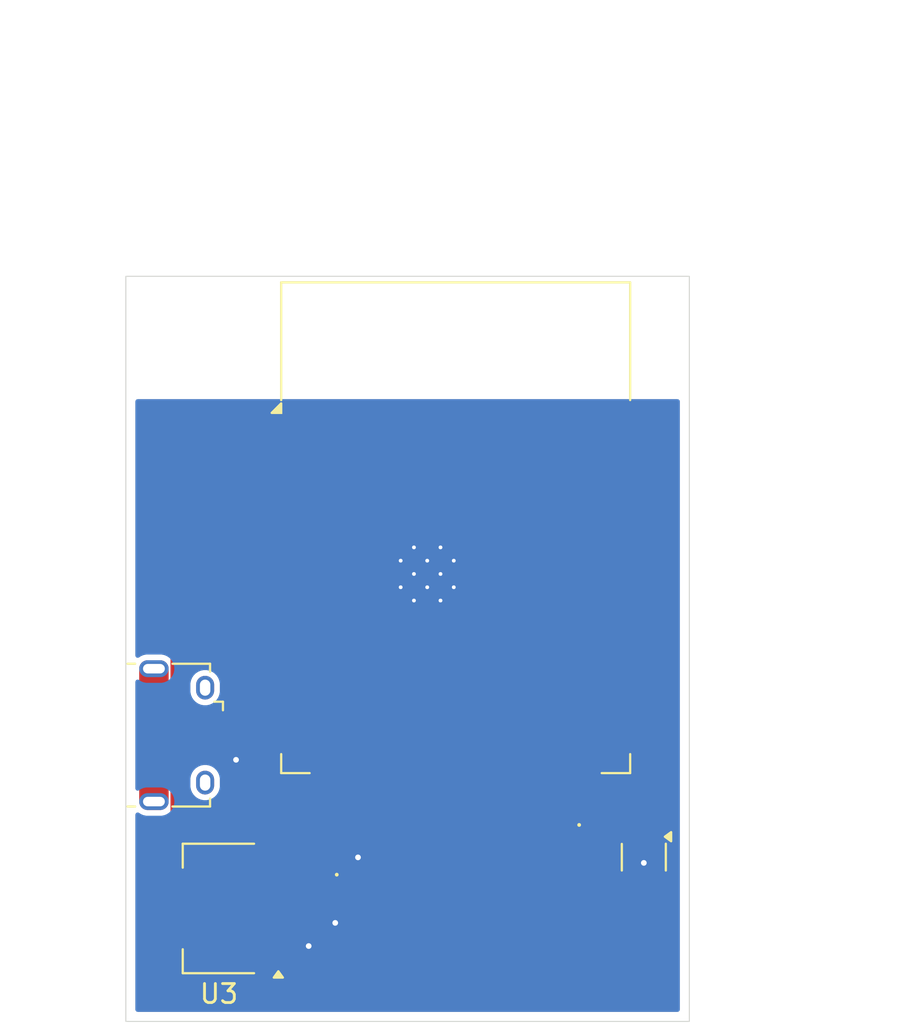
<source format=kicad_pcb>
(kicad_pcb (version 20240108) (generator "pcbnew") (generator_version "8.0")
  (layers (0 "F.Cu" signal) (31 "B.Cu" signal) (34 "B.Paste" user) (35 "F.Paste" user) (36 "B.SilkS" user "B.Silkscreen") (37 "F.SilkS" user "F.Silkscreen") (38 "B.Mask" user) (39 "F.Mask" user) (44 "Edge.Cuts" user))
  (net 0 "")
  (net 1 "GND")
  (net 2 "/USB_P")
  (net 3 "/LED")
  (net 5 "+3.3V")
  (net 6 "Net-(D3-K)")
  (net 7 "/TEMP")
  (net 8 "Net-(D2-K)")
  (net 9 "+5V")
  (net 11 "/USB_N")
  (net 12 "Net-(U4-EN)")
  (footprint "Resistor_SMD:R_0201_0603Metric" (layer "F.Cu") (at 162.59 118.13)
    (property "Reference" "R1" (hide yes))
    (property "Value" "1k" (hide yes))
    (pad "1" smd roundrect (at -0.32 0) (size 0.46 0.4) (layers "F.Cu" "F.Mask") (net 8 "Net-(D2-K)"))
    (pad "2" smd roundrect (at 0.32 0) (size 0.46 0.4) (layers "F.Cu" "F.Mask") (net 1 "GND"))
  )
  (footprint "Resistor_SMD:R_0201_0603Metric" (layer "F.Cu") (at 157.36 97.12 -90)
    (property "Reference" "R2" (hide yes))
    (property "Value" "1k" (hide yes))
    (pad "1" smd roundrect (at -0.32 0 270) (size 0.46 0.4) (layers "F.Cu" "F.Mask") (net 5 "+3.3V"))
    (pad "2" smd roundrect (at 0.32 0 270) (size 0.46 0.4) (layers "F.Cu" "F.Mask") (net 12 "Net-(U4-EN)"))
  )
  (footprint "RF_Module:ESP32-S3-WROOM-1" (layer "F.Cu") (at 167.63 99.82)
    (property "Reference" "U4" (hide yes))
    (property "Value" "ESP32-S3-WROOM-1" (hide yes))
    (fp_line (start -9.2 -12.9) (end -9.2 -6.7) (stroke (width 0.12)) (layer "F.SilkS"))
    (fp_line (start -9.2 -12.9) (end 9.2 -12.9) (stroke (width 0.12)) (layer "F.SilkS"))
    (fp_line (start -9.2 11.95) (end -9.2 12.95) (stroke (width 0.12)) (layer "F.SilkS"))
    (fp_line (start -9.2 12.95) (end -7.7 12.95) (stroke (width 0.12)) (layer "F.SilkS"))
    (fp_line (start 9.2 -12.9) (end 9.2 -6.7) (stroke (width 0.12)) (layer "F.SilkS"))
    (fp_line (start 9.2 12.95) (end 7.7 12.95) (stroke (width 0.12)) (layer "F.SilkS"))
    (fp_line (start 9.2 12.95) (end 9.2 11.95) (stroke (width 0.12)) (layer "F.SilkS"))
    (fp_poly (pts (xy -9.2 -6.025) (xy -9.7 -6.025) (xy -9.2 -6.525) (xy -9.2 -6.025)) (stroke (width 0.12)) (fill solid) (layer "F.SilkS"))
    (pad "1" smd rect (at -8.75 -5.26) (size 1.5 0.9) (layers "F.Cu" "F.Paste" "F.Mask") (net 1 "GND"))
    (pad "2" smd rect (at -8.75 -3.99) (size 1.5 0.9) (layers "F.Cu" "F.Paste" "F.Mask") (net 5 "+3.3V"))
    (pad "3" smd rect (at -8.75 -2.72) (size 1.5 0.9) (layers "F.Cu" "F.Paste" "F.Mask") (net 12 "Net-(U4-EN)"))
    (pad "4" smd rect (at -8.75 -1.45) (size 1.5 0.9) (layers "F.Cu" "F.Paste" "F.Mask"))
    (pad "5" smd rect (at -8.75 -0.18) (size 1.5 0.9) (layers "F.Cu" "F.Paste" "F.Mask"))
    (pad "6" smd rect (at -8.75 1.09) (size 1.5 0.9) (layers "F.Cu" "F.Paste" "F.Mask"))
    (pad "7" smd rect (at -8.75 2.36) (size 1.5 0.9) (layers "F.Cu" "F.Paste" "F.Mask"))
    (pad "8" smd rect (at -8.75 3.63) (size 1.5 0.9) (layers "F.Cu" "F.Paste" "F.Mask"))
    (pad "9" smd rect (at -8.75 4.9) (size 1.5 0.9) (layers "F.Cu" "F.Paste" "F.Mask"))
    (pad "10" smd rect (at -8.75 6.17) (size 1.5 0.9) (layers "F.Cu" "F.Paste" "F.Mask"))
    (pad "11" smd rect (at -8.75 7.44) (size 1.5 0.9) (layers "F.Cu" "F.Paste" "F.Mask"))
    (pad "12" smd rect (at -8.75 8.71) (size 1.5 0.9) (layers "F.Cu" "F.Paste" "F.Mask"))
    (pad "13" smd rect (at -8.75 9.98) (size 1.5 0.9) (layers "F.Cu" "F.Paste" "F.Mask") (net 11 "/USB_N"))
    (pad "14" smd rect (at -8.75 11.25 180) (size 1.5 0.9) (layers "F.Cu" "F.Paste" "F.Mask") (net 2 "/USB_P"))
    (pad "15" smd rect (at -6.985 12.5 270) (size 1.5 0.9) (layers "F.Cu" "F.Paste" "F.Mask"))
    (pad "16" smd rect (at -5.715 12.5 270) (size 1.5 0.9) (layers "F.Cu" "F.Paste" "F.Mask"))
    (pad "17" smd rect (at -4.445 12.5 270) (size 1.5 0.9) (layers "F.Cu" "F.Paste" "F.Mask"))
    (pad "18" smd rect (at -3.175 12.5 270) (size 1.5 0.9) (layers "F.Cu" "F.Paste" "F.Mask"))
    (pad "19" smd rect (at -1.905 12.5 270) (size 1.5 0.9) (layers "F.Cu" "F.Paste" "F.Mask"))
    (pad "20" smd rect (at -0.635 12.5 270) (size 1.5 0.9) (layers "F.Cu" "F.Paste" "F.Mask"))
    (pad "21" smd rect (at 0.635 12.5 270) (size 1.5 0.9) (layers "F.Cu" "F.Paste" "F.Mask"))
    (pad "22" smd rect (at 1.905 12.5 270) (size 1.5 0.9) (layers "F.Cu" "F.Paste" "F.Mask"))
    (pad "23" smd rect (at 3.175 12.5 270) (size 1.5 0.9) (layers "F.Cu" "F.Paste" "F.Mask"))
    (pad "24" smd rect (at 4.445 12.5 270) (size 1.5 0.9) (layers "F.Cu" "F.Paste" "F.Mask"))
    (pad "25" smd rect (at 5.715 12.5 270) (size 1.5 0.9) (layers "F.Cu" "F.Paste" "F.Mask"))
    (pad "26" smd rect (at 6.985 12.5 270) (size 1.5 0.9) (layers "F.Cu" "F.Paste" "F.Mask"))
    (pad "27" smd rect (at 8.75 11.25) (size 1.5 0.9) (layers "F.Cu" "F.Paste" "F.Mask"))
    (pad "28" smd rect (at 8.75 9.98) (size 1.5 0.9) (layers "F.Cu" "F.Paste" "F.Mask"))
    (pad "29" smd rect (at 8.75 8.71) (size 1.5 0.9) (layers "F.Cu" "F.Paste" "F.Mask"))
    (pad "30" smd rect (at 8.75 7.44) (size 1.5 0.9) (layers "F.Cu" "F.Paste" "F.Mask"))
    (pad "31" smd rect (at 8.75 6.17) (size 1.5 0.9) (layers "F.Cu" "F.Paste" "F.Mask"))
    (pad "32" smd rect (at 8.75 4.9) (size 1.5 0.9) (layers "F.Cu" "F.Paste" "F.Mask"))
    (pad "33" smd rect (at 8.75 3.63) (size 1.5 0.9) (layers "F.Cu" "F.Paste" "F.Mask"))
    (pad "34" smd rect (at 8.75 2.36) (size 1.5 0.9) (layers "F.Cu" "F.Paste" "F.Mask"))
    (pad "35" smd rect (at 8.75 1.09) (size 1.5 0.9) (layers "F.Cu" "F.Paste" "F.Mask"))
    (pad "36" smd rect (at 8.75 -0.18) (size 1.5 0.9) (layers "F.Cu" "F.Paste" "F.Mask"))
    (pad "37" smd rect (at 8.75 -1.45) (size 1.5 0.9) (layers "F.Cu" "F.Paste" "F.Mask"))
    (pad "38" smd rect (at 8.75 -2.72) (size 1.5 0.9) (layers "F.Cu" "F.Paste" "F.Mask") (net 3 "/LED"))
    (pad "39" smd rect (at 8.75 -3.99) (size 1.5 0.9) (layers "F.Cu" "F.Paste" "F.Mask") (net 7 "/TEMP"))
    (pad "40" smd rect (at 8.75 -5.26) (size 1.5 0.9) (layers "F.Cu" "F.Paste" "F.Mask") (net 1 "GND"))
    (pad "41" thru_hole circle (at -2.9 1.76 90) (size 0.6 0.6) (drill 0.2) (property pad_prop_heatsink) (layers "*.Cu" "In3.Cu" "In4.Cu" "In5.Cu" "In6.Cu" "In7.Cu" "In8.Cu" "In9.Cu" "In10.Cu" "In11.Cu" "In12.Cu" "In13.Cu" "In14.Cu" "In15.Cu" "In16.Cu" "In17.Cu" "In18.Cu" "In19.Cu" "In20.Cu" "In21.Cu" "In22.Cu" "In23.Cu" "In24.Cu" "In25.Cu" "In26.Cu" "In27.Cu" "In28.Cu" "In29.Cu" "In30.Cu" "F.Mask") (net 1 "GND"))
    (pad "41" thru_hole circle (at -2.9 3.16) (size 0.6 0.6) (drill 0.2) (property pad_prop_heatsink) (layers "*.Cu" "In3.Cu" "In4.Cu" "In5.Cu" "In6.Cu" "In7.Cu" "In8.Cu" "In9.Cu" "In10.Cu" "In11.Cu" "In12.Cu" "In13.Cu" "In14.Cu" "In15.Cu" "In16.Cu" "In17.Cu" "In18.Cu" "In19.Cu" "In20.Cu" "In21.Cu" "In22.Cu" "In23.Cu" "In24.Cu" "In25.Cu" "In26.Cu" "In27.Cu" "In28.Cu" "In29.Cu" "In30.Cu" "F.Mask") (net 1 "GND"))
    (pad "41" thru_hole circle (at -2.2 1.06) (size 0.6 0.6) (drill 0.2) (property pad_prop_heatsink) (layers "*.Cu" "In3.Cu" "In4.Cu" "In5.Cu" "In6.Cu" "In7.Cu" "In8.Cu" "In9.Cu" "In10.Cu" "In11.Cu" "In12.Cu" "In13.Cu" "In14.Cu" "In15.Cu" "In16.Cu" "In17.Cu" "In18.Cu" "In19.Cu" "In20.Cu" "In21.Cu" "In22.Cu" "In23.Cu" "In24.Cu" "In25.Cu" "In26.Cu" "In27.Cu" "In28.Cu" "In29.Cu" "In30.Cu" "F.Mask") (net 1 "GND"))
    (pad "41" thru_hole circle (at -2.2 2.46) (size 0.6 0.6) (drill 0.2) (property pad_prop_heatsink) (layers "*.Cu" "In3.Cu" "In4.Cu" "In5.Cu" "In6.Cu" "In7.Cu" "In8.Cu" "In9.Cu" "In10.Cu" "In11.Cu" "In12.Cu" "In13.Cu" "In14.Cu" "In15.Cu" "In16.Cu" "In17.Cu" "In18.Cu" "In19.Cu" "In20.Cu" "In21.Cu" "In22.Cu" "In23.Cu" "In24.Cu" "In25.Cu" "In26.Cu" "In27.Cu" "In28.Cu" "In29.Cu" "In30.Cu" "F.Mask") (net 1 "GND"))
    (pad "41" thru_hole circle (at -2.2 3.86) (size 0.6 0.6) (drill 0.2) (property pad_prop_heatsink) (layers "*.Cu" "In3.Cu" "In4.Cu" "In5.Cu" "In6.Cu" "In7.Cu" "In8.Cu" "In9.Cu" "In10.Cu" "In11.Cu" "In12.Cu" "In13.Cu" "In14.Cu" "In15.Cu" "In16.Cu" "In17.Cu" "In18.Cu" "In19.Cu" "In20.Cu" "In21.Cu" "In22.Cu" "In23.Cu" "In24.Cu" "In25.Cu" "In26.Cu" "In27.Cu" "In28.Cu" "In29.Cu" "In30.Cu" "F.Mask") (net 1 "GND"))
    (pad "41" thru_hole circle (at -1.5 1.76) (size 0.6 0.6) (drill 0.2) (property pad_prop_heatsink) (layers "*.Cu" "In3.Cu" "In4.Cu" "In5.Cu" "In6.Cu" "In7.Cu" "In8.Cu" "In9.Cu" "In10.Cu" "In11.Cu" "In12.Cu" "In13.Cu" "In14.Cu" "In15.Cu" "In16.Cu" "In17.Cu" "In18.Cu" "In19.Cu" "In20.Cu" "In21.Cu" "In22.Cu" "In23.Cu" "In24.Cu" "In25.Cu" "In26.Cu" "In27.Cu" "In28.Cu" "In29.Cu" "In30.Cu" "F.Mask") (net 1 "GND"))
    (pad "41" smd rect (at -1.5 2.46 270) (size 3.9 3.9) (property pad_prop_heatsink) (layers "F.Cu" "F.Mask") (net 1 "GND"))
    (pad "41" thru_hole circle (at -1.5 3.16) (size 0.6 0.6) (drill 0.2) (property pad_prop_heatsink) (layers "*.Cu" "In3.Cu" "In4.Cu" "In5.Cu" "In6.Cu" "In7.Cu" "In8.Cu" "In9.Cu" "In10.Cu" "In11.Cu" "In12.Cu" "In13.Cu" "In14.Cu" "In15.Cu" "In16.Cu" "In17.Cu" "In18.Cu" "In19.Cu" "In20.Cu" "In21.Cu" "In22.Cu" "In23.Cu" "In24.Cu" "In25.Cu" "In26.Cu" "In27.Cu" "In28.Cu" "In29.Cu" "In30.Cu" "F.Mask") (net 1 "GND"))
    (pad "41" thru_hole circle (at -0.8 1.06) (size 0.6 0.6) (drill 0.2) (property pad_prop_heatsink) (layers "*.Cu" "In3.Cu" "In4.Cu" "In5.Cu" "In6.Cu" "In7.Cu" "In8.Cu" "In9.Cu" "In10.Cu" "In11.Cu" "In12.Cu" "In13.Cu" "In14.Cu" "In15.Cu" "In16.Cu" "In17.Cu" "In18.Cu" "In19.Cu" "In20.Cu" "In21.Cu" "In22.Cu" "In23.Cu" "In24.Cu" "In25.Cu" "In26.Cu" "In27.Cu" "In28.Cu" "In29.Cu" "In30.Cu" "F.Mask") (net 1 "GND"))
    (pad "41" thru_hole circle (at -0.8 2.46) (size 0.6 0.6) (drill 0.2) (property pad_prop_heatsink) (layers "*.Cu" "In3.Cu" "In4.Cu" "In5.Cu" "In6.Cu" "In7.Cu" "In8.Cu" "In9.Cu" "In10.Cu" "In11.Cu" "In12.Cu" "In13.Cu" "In14.Cu" "In15.Cu" "In16.Cu" "In17.Cu" "In18.Cu" "In19.Cu" "In20.Cu" "In21.Cu" "In22.Cu" "In23.Cu" "In24.Cu" "In25.Cu" "In26.Cu" "In27.Cu" "In28.Cu" "In29.Cu" "In30.Cu" "F.Mask") (net 1 "GND"))
    (pad "41" thru_hole circle (at -0.8 3.86) (size 0.6 0.6) (drill 0.2) (property pad_prop_heatsink) (layers "*.Cu" "In3.Cu" "In4.Cu" "In5.Cu" "In6.Cu" "In7.Cu" "In8.Cu" "In9.Cu" "In10.Cu" "In11.Cu" "In12.Cu" "In13.Cu" "In14.Cu" "In15.Cu" "In16.Cu" "In17.Cu" "In18.Cu" "In19.Cu" "In20.Cu" "In21.Cu" "In22.Cu" "In23.Cu" "In24.Cu" "In25.Cu" "In26.Cu" "In27.Cu" "In28.Cu" "In29.Cu" "In30.Cu" "F.Mask") (net 1 "GND"))
    (pad "41" thru_hole circle (at -0.1 1.76) (size 0.6 0.6) (drill 0.2) (property pad_prop_heatsink) (layers "*.Cu" "In3.Cu" "In4.Cu" "In5.Cu" "In6.Cu" "In7.Cu" "In8.Cu" "In9.Cu" "In10.Cu" "In11.Cu" "In12.Cu" "In13.Cu" "In14.Cu" "In15.Cu" "In16.Cu" "In17.Cu" "In18.Cu" "In19.Cu" "In20.Cu" "In21.Cu" "In22.Cu" "In23.Cu" "In24.Cu" "In25.Cu" "In26.Cu" "In27.Cu" "In28.Cu" "In29.Cu" "In30.Cu" "F.Mask") (net 1 "GND"))
    (pad "41" thru_hole circle (at -0.1 3.16) (size 0.6 0.6) (drill 0.2) (property pad_prop_heatsink) (layers "*.Cu" "In3.Cu" "In4.Cu" "In5.Cu" "In6.Cu" "In7.Cu" "In8.Cu" "In9.Cu" "In10.Cu" "In11.Cu" "In12.Cu" "In13.Cu" "In14.Cu" "In15.Cu" "In16.Cu" "In17.Cu" "In18.Cu" "In19.Cu" "In20.Cu" "In21.Cu" "In22.Cu" "In23.Cu" "In24.Cu" "In25.Cu" "In26.Cu" "In27.Cu" "In28.Cu" "In29.Cu" "In30.Cu" "F.Mask") (net 1 "GND"))
    (zone (net 0) (net_name "") (layers "F.Cu" "B.Cu") (connect_pads (clearance 0)) (min_thickness 0.254)
      (keepout (tracks not_allowed) (vias not_allowed) (pads not_allowed) (copperpour not_allowed) (footprints not_allowed))
      (fill (thermal_gap 0.508) (thermal_bridge_width 0.508))
      (polygon (pts (xy 143.63 93.07) (xy 191.63 93.07) (xy 191.63 72.07) (xy 143.63 72.07)))
    )
  )
  (footprint "LED_SMD:LED_0201_0603Metric" (layer "F.Cu") (at 160.5 118.12 180)
    (property "Reference" "D2" (hide yes))
    (property "Value" "LED" (hide yes))
    (fp_circle (center -0.86 0) (end -0.81 0) (stroke (width 0.1)) (fill none) (layer "F.SilkS"))
    (pad "1" smd roundrect (at -0.32 0 180) (size 0.46 0.4) (layers "F.Cu" "F.Mask") (net 8 "Net-(D2-K)"))
    (pad "2" smd roundrect (at 0.32 0 180) (size 0.46 0.4) (layers "F.Cu" "F.Mask") (net 9 "+5V"))
  )
  (footprint "Resistor_SMD:R_0201_0603Metric" (layer "F.Cu") (at 175 116.5)
    (property "Reference" "R3" (hide yes))
    (property "Value" "1k" (hide yes))
    (pad "1" smd roundrect (at -0.32 0) (size 0.46 0.4) (layers "F.Cu" "F.Mask") (net 6 "Net-(D3-K)"))
    (pad "2" smd roundrect (at 0.32 0) (size 0.46 0.4) (layers "F.Cu" "F.Mask") (net 1 "GND"))
  )
  (footprint "Connector_USB:USB_Micro-B_Amphenol_10118194-0001LF_Horizontal" (layer "F.Cu") (at 153.02 110.77 -90)
    (property "Reference" "J1" (hide yes))
    (property "Value" "USB_B_Micro")
    (fp_line (start -3.76 2.69) (end -3.76 2.29) (stroke (width 0.12)) (layer "F.SilkS"))
    (fp_line (start 3.76 2.29) (end 3.76 2.69) (stroke (width 0.12)) (layer "F.SilkS"))
    (fp_line (start -3.76 0.32) (end -3.76 -1.66) (stroke (width 0.12)) (layer "F.SilkS"))
    (fp_line (start 3.76 0.32) (end 3.76 -1.66) (stroke (width 0.12)) (layer "F.SilkS"))
    (fp_line (start -3.76 -1.66) (end -3.34 -1.66) (stroke (width 0.12)) (layer "F.SilkS"))
    (fp_line (start 3.76 -1.66) (end 3.34 -1.66) (stroke (width 0.12)) (layer "F.SilkS"))
    (fp_line (start -1.76 -1.89) (end -1.76 -2.34) (stroke (width 0.12)) (layer "F.SilkS"))
    (fp_line (start -1.31 -2.34) (end -1.76 -2.34) (stroke (width 0.12)) (layer "F.SilkS"))
    (pad "1" smd roundrect (at -1.3 -1.4 270) (size 0.4 1.35) (layers "F.Cu" "F.Paste" "F.Mask") (net 9 "+5V"))
    (pad "2" smd roundrect (at -0.65 -1.4 270) (size 0.4 1.35) (layers "F.Cu" "F.Paste" "F.Mask") (net 11 "/USB_N"))
    (pad "3" smd roundrect (at 0 -1.4 270) (size 0.4 1.35) (layers "F.Cu" "F.Paste" "F.Mask") (net 2 "/USB_P"))
    (pad "4" smd roundrect (at 0.65 -1.4 270) (size 0.4 1.35) (layers "F.Cu" "F.Paste" "F.Mask"))
    (pad "5" smd roundrect (at 1.3 -1.4 270) (size 0.4 1.35) (layers "F.Cu" "F.Paste" "F.Mask") (net 1 "GND"))
    (pad "6" thru_hole oval (at -3.5 1.3 270) (size 0.89 1.55) (drill oval 0.5 1.15) (property pad_prop_heatsink) (layers "*.Cu" "*.Mask" "In3.Cu" "In4.Cu" "In5.Cu" "In6.Cu" "In7.Cu" "In8.Cu" "In9.Cu" "In10.Cu" "In11.Cu" "In12.Cu" "In13.Cu" "In14.Cu" "In15.Cu" "In16.Cu" "In17.Cu" "In18.Cu" "In19.Cu" "In20.Cu" "In21.Cu" "In22.Cu" "In23.Cu" "In24.Cu" "In25.Cu" "In26.Cu" "In27.Cu" "In28.Cu" "In29.Cu" "In30.Cu"))
    (pad "6" smd roundrect (at -3.025 1.3 270) (size 1.45 1.55) (layers "F.Cu" "F.Paste" "F.Mask") (roundrect_rratio 0.1724137931))
    (pad "6" thru_hole oval (at -2.5 -1.4 270) (size 1.25 0.95) (drill oval 0.85 0.55) (property pad_prop_heatsink) (layers "*.Cu" "*.Mask" "In3.Cu" "In4.Cu" "In5.Cu" "In6.Cu" "In7.Cu" "In8.Cu" "In9.Cu" "In10.Cu" "In11.Cu" "In12.Cu" "In13.Cu" "In14.Cu" "In15.Cu" "In16.Cu" "In17.Cu" "In18.Cu" "In19.Cu" "In20.Cu" "In21.Cu" "In22.Cu" "In23.Cu" "In24.Cu" "In25.Cu" "In26.Cu" "In27.Cu" "In28.Cu" "In29.Cu" "In30.Cu"))
    (pad "6" smd roundrect (at -1 1.3 270) (size 1.5 1.55) (layers "F.Cu" "F.Paste" "F.Mask") (roundrect_rratio 0.1666666667))
    (pad "6" smd roundrect (at 1 1.3 270) (size 1.5 1.55) (layers "F.Cu" "F.Paste" "F.Mask") (roundrect_rratio 0.1666666667))
    (pad "6" thru_hole oval (at 2.5 -1.4 270) (size 1.25 0.95) (drill oval 0.85 0.55) (property pad_prop_heatsink) (layers "*.Cu" "*.Mask" "In3.Cu" "In4.Cu" "In5.Cu" "In6.Cu" "In7.Cu" "In8.Cu" "In9.Cu" "In10.Cu" "In11.Cu" "In12.Cu" "In13.Cu" "In14.Cu" "In15.Cu" "In16.Cu" "In17.Cu" "In18.Cu" "In19.Cu" "In20.Cu" "In21.Cu" "In22.Cu" "In23.Cu" "In24.Cu" "In25.Cu" "In26.Cu" "In27.Cu" "In28.Cu" "In29.Cu" "In30.Cu"))
    (pad "6" smd roundrect (at 3.025 1.3 270) (size 1.45 1.55) (layers "F.Cu" "F.Paste" "F.Mask") (roundrect_rratio 0.1724137931))
    (pad "6" thru_hole oval (at 3.5 1.3 270) (size 0.89 1.55) (drill oval 0.5 1.15) (property pad_prop_heatsink) (layers "*.Cu" "*.Mask" "In3.Cu" "In4.Cu" "In5.Cu" "In6.Cu" "In7.Cu" "In8.Cu" "In9.Cu" "In10.Cu" "In11.Cu" "In12.Cu" "In13.Cu" "In14.Cu" "In15.Cu" "In16.Cu" "In17.Cu" "In18.Cu" "In19.Cu" "In20.Cu" "In21.Cu" "In22.Cu" "In23.Cu" "In24.Cu" "In25.Cu" "In26.Cu" "In27.Cu" "In28.Cu" "In29.Cu" "In30.Cu"))
  )
  (footprint "Capacitor_SMD:C_0201_0603Metric" (layer "F.Cu") (at 160.33 120)
    (property "Reference" "C2" (hide yes))
    (property "Value" "10uF" (hide yes))
    (pad "1" smd roundrect (at -0.32 0) (size 0.46 0.4) (layers "F.Cu" "F.Mask") (net 5 "+3.3V"))
    (pad "2" smd roundrect (at 0.32 0) (size 0.46 0.4) (layers "F.Cu" "F.Mask") (net 1 "GND"))
  )
  (footprint "Capacitor_SMD:C_0201_0603Metric" (layer "F.Cu") (at 160.5 117.28)
    (property "Reference" "C1" (hide yes))
    (property "Value" "10uF" (hide yes))
    (pad "1" smd roundrect (at -0.32 0) (size 0.46 0.4) (layers "F.Cu" "F.Mask") (net 9 "+5V"))
    (pad "2" smd roundrect (at 0.32 0) (size 0.46 0.4) (layers "F.Cu" "F.Mask") (net 1 "GND"))
  )
  (footprint "Package_TO_SOT_SMD:SOT-353_SC-70-5" (layer "F.Cu") (at 177.55 117.2 -90)
    (property "Reference" "U2" (hide yes))
    (property "Value" "TMP20AIDCK" (hide yes))
    (fp_line (start -0.7 1.16) (end 0.7 1.16) (stroke (width 0.12)) (layer "F.SilkS"))
    (fp_line (start -0.71 -1.16) (end 0.7 -1.16) (stroke (width 0.12)) (layer "F.SilkS"))
    (fp_poly (pts (xy -1.08 -1.11) (xy -1.32 -1.44) (xy -0.84 -1.44) (xy -1.08 -1.11)) (stroke (width 0.12)) (fill solid) (layer "F.SilkS"))
    (pad "1" smd roundrect (at -0.95 -0.65 270) (size 0.65 0.4) (layers "F.Cu" "F.Paste" "F.Mask"))
    (pad "2" smd roundrect (at -0.95 0 270) (size 0.65 0.4) (layers "F.Cu" "F.Paste" "F.Mask") (net 1 "GND"))
    (pad "3" smd roundrect (at -0.95 0.65 270) (size 0.65 0.4) (layers "F.Cu" "F.Paste" "F.Mask") (net 7 "/TEMP"))
    (pad "4" smd roundrect (at 0.95 0.65 270) (size 0.65 0.4) (layers "F.Cu" "F.Paste" "F.Mask") (net 5 "+3.3V"))
    (pad "5" smd roundrect (at 0.95 -0.65 270) (size 0.65 0.4) (layers "F.Cu" "F.Paste" "F.Mask") (net 1 "GND"))
  )
  (footprint "Package_TO_SOT_SMD:SOT-223-3_TabPin2" (layer "F.Cu") (at 155.15 119.9 180)
    (property "Reference" "U3" (at 0 -4.5 360) (layer "F.SilkS"))
    (property "Value" "AMS1117-3.3" (hide yes))
    (fp_line (start 1.91 3.41) (end 1.91 2.15) (stroke (width 0.12)) (layer "F.SilkS"))
    (fp_line (start 1.91 -3.41) (end 1.91 -2.15) (stroke (width 0.12)) (layer "F.SilkS"))
    (fp_line (start -1.85 3.41) (end 1.91 3.41) (stroke (width 0.12)) (layer "F.SilkS"))
    (fp_line (start -1.85 -3.41) (end 1.91 -3.41) (stroke (width 0.12)) (layer "F.SilkS"))
    (fp_poly (pts (xy -3.13 -3.31) (xy -3.37 -3.64) (xy -2.89 -3.64) (xy -3.13 -3.31)) (stroke (width 0.12)) (fill solid) (layer "F.SilkS"))
    (pad "1" smd roundrect (at -3.15 -2.3 180) (size 2 1.5) (layers "F.Cu" "F.Paste" "F.Mask") (net 1 "GND"))
    (pad "2" smd roundrect (at -3.15 0 180) (size 2 1.5) (layers "F.Cu" "F.Paste" "F.Mask") (net 5 "+3.3V"))
    (pad "2" smd roundrect (at 3.15 0 180) (size 2 3.8) (layers "F.Cu" "F.Paste" "F.Mask") (net 5 "+3.3V"))
    (pad "3" smd roundrect (at -3.15 2.3 180) (size 2 1.5) (layers "F.Cu" "F.Paste" "F.Mask") (net 9 "+5V"))
  )
  (footprint "LED_SMD:LED_0201_0603Metric" (layer "F.Cu") (at 175 115.5)
    (property "Reference" "D3" (hide yes))
    (property "Value" "LED" (hide yes))
    (fp_circle (center -0.86 0) (end -0.81 0) (stroke (width 0.1)) (fill none) (layer "F.SilkS"))
    (pad "1" smd roundrect (at -0.32 0) (size 0.46 0.4) (layers "F.Cu" "F.Mask") (net 6 "Net-(D3-K)"))
    (pad "2" smd roundrect (at 0.32 0) (size 0.46 0.4) (layers "F.Cu" "F.Mask") (net 3 "/LED"))
  )
  (gr_rect (start 150.24 86.6) (end 179.95 125.85) (stroke (width 0.05)) (fill none) (layer "Edge.Cuts"))
  (segment (start 154.42 112.07) (end 156.05 112.07) (width 0.4) (layer "F.Cu") (net 1))
  (segment (start 162.41 117.28) (end 162.48 117.21) (width 0.4) (layer "F.Cu") (net 1))
  (segment (start 160.82 117.28) (end 162.41 117.28) (width 0.4) (layer "F.Cu") (net 1))
  (segment (start 162.48 117.21) (end 162.91 117.64) (width 0.4) (layer "F.Cu") (net 1))
  (segment (start 160.65 120.03) (end 161.28 120.66) (width 0.4) (layer "F.Cu") (net 1))
  (segment (start 176.34 117.5) (end 177.55 117.5) (width 0.4) (layer "F.Cu") (net 1))
  (segment (start 159.56 122.2) (end 159.88 121.88) (width 0.4) (layer "F.Cu") (net 1))
  (segment (start 175.32 116.5) (end 175.34 116.5) (width 0.4) (layer "F.Cu") (net 1))
  (segment (start 173.85 94.56) (end 166.13 102.28) (width 0.4) (layer "F.Cu") (net 1))
  (segment (start 158.3 122.2) (end 159.56 122.2) (width 0.4) (layer "F.Cu") (net 1))
  (segment (start 177.55 116.25) (end 177.55 117.5) (width 0.4) (layer "F.Cu") (net 1))
  (segment (start 162.91 117.64) (end 162.91 118.13) (width 0.4) (layer "F.Cu") (net 1))
  (segment (start 159.33 94.56) (end 166.13 101.36) (width 0.4) (layer "F.Cu") (net 1))
  (segment (start 175.34 116.5) (end 176.34 117.5) (width 0.4) (layer "F.Cu") (net 1))
  (segment (start 160.65 120) (end 160.65 120.03) (width 0.4) (layer "F.Cu") (net 1))
  (segment (start 177.55 117.5) (end 178.2 118.15) (width 0.4) (layer "F.Cu") (net 1))
  (segment (start 158.88 94.56) (end 159.33 94.56) (width 0.4) (layer "F.Cu") (net 1))
  (segment (start 176.38 94.56) (end 173.85 94.56) (width 0.4) (layer "F.Cu") (net 1))
  (segment (start 166.13 101.36) (end 166.13 102.28) (width 0.4) (layer "F.Cu") (net 1))
  (via (at 159.88 121.88) (size 0.6) (drill 0.3) (layers "F.Cu" "B.Cu") (net 1))
  (via (at 161.28 120.66) (size 0.6) (drill 0.3) (layers "F.Cu" "B.Cu") (net 1))
  (via (at 162.48 117.21) (size 0.6) (drill 0.3) (layers "F.Cu" "B.Cu") (net 1))
  (via (at 177.55 117.5) (size 0.6) (drill 0.3) (layers "F.Cu" "B.Cu") (net 1))
  (via (at 156.05 112.07) (size 0.6) (drill 0.3) (layers "F.Cu" "B.Cu") (net 1))
  (segment (start 156.05 112.07) (end 156.05 112.15) (width 0.4) (layer "B.Cu") (net 1))
  (segment (start 155.11 110.66) (end 155.099999 110.670001) (width 0.2) (layer "F.Cu") (net 2))
  (segment (start 154.519999 110.670001) (end 154.42 110.77) (width 0.2) (layer "F.Cu") (net 2))
  (segment (start 157.344999 110.66) (end 155.11 110.66) (width 0.2) (layer "F.Cu") (net 2))
  (segment (start 157.754999 111.07) (end 157.344999 110.66) (width 0.2) (layer "F.Cu") (net 2))
  (segment (start 158.88 111.07) (end 157.754999 111.07) (width 0.2) (layer "F.Cu") (net 2))
  (segment (start 155.099999 110.670001) (end 154.519999 110.670001) (width 0.2) (layer "F.Cu") (net 2))
  (segment (start 178.6 99.02) (end 176.68 97.1) (width 0.3) (layer "F.Cu") (net 3))
  (segment (start 176.68 97.1) (end 176.38 97.1) (width 0.3) (layer "F.Cu") (net 3))
  (segment (start 178.6 112.22) (end 178.6 99.02) (width 0.3) (layer "F.Cu") (net 3))
  (segment (start 175.32 115.5) (end 178.6 112.22) (width 0.3) (layer "F.Cu") (net 3))
  (segment (start 152.795 118.815) (end 152.795 101.165001) (width 0.4) (layer "F.Cu") (net 5))
  (segment (start 157.92 119.99) (end 151.62 119.99) (width 0.4) (layer "F.Cu") (net 5))
  (segment (start 157.92 119.99) (end 158.41 119.5) (width 0.4) (layer "F.Cu") (net 5))
  (segment (start 158.33 95.83) (end 158.88 95.83) (width 0.4) (layer "F.Cu") (net 5))
  (segment (start 151.62 119.99) (end 152.795 118.815) (width 0.4) (layer "F.Cu") (net 5))
  (segment (start 175.55 119.5) (end 176.9 118.15) (width 0.4) (layer "F.Cu") (net 5))
  (segment (start 157.93 120) (end 157.92 119.99) (width 0.4) (layer "F.Cu") (net 5))
  (segment (start 158.41 119.5) (end 175.55 119.5) (width 0.4) (layer "F.Cu") (net 5))
  (segment (start 160.01 120) (end 157.93 120) (width 0.4) (layer "F.Cu") (net 5))
  (segment (start 152.795 101.165001) (end 157.160001 96.8) (width 0.4) (layer "F.Cu") (net 5))
  (segment (start 157.36 96.8) (end 158.33 95.83) (width 0.4) (layer "F.Cu") (net 5))
  (segment (start 157.160001 96.8) (end 157.36 96.8) (width 0.4) (layer "F.Cu") (net 5))
  (segment (start 174.68 115.5) (end 174.68 116.5) (width 0.3) (layer "F.Cu") (net 6))
  (segment (start 179 113.825001) (end 179 98.15) (width 0.3) (layer "F.Cu") (net 7))
  (segment (start 176.9 116.25) (end 176.9 115.925001) (width 0.3) (layer "F.Cu") (net 7))
  (segment (start 176.68 95.83) (end 176.38 95.83) (width 0.3) (layer "F.Cu") (net 7))
  (segment (start 176.9 115.925001) (end 179 113.825001) (width 0.3) (layer "F.Cu") (net 7))
  (segment (start 179 98.15) (end 176.68 95.83) (width 0.3) (layer "F.Cu") (net 7))
  (segment (start 160.82 118.12) (end 162.26 118.12) (width 0.4) (layer "F.Cu") (net 8))
  (segment (start 162.26 118.12) (end 162.27 118.13) (width 0.4) (layer "F.Cu") (net 8))
  (segment (start 156.92 117.69) (end 157.92 117.69) (width 0.4) (layer "F.Cu") (net 9))
  (segment (start 157.92 117.69) (end 159.77 117.69) (width 0.4) (layer "F.Cu") (net 9))
  (segment (start 154.42 109.47) (end 155.094999 109.47) (width 0.4) (layer "F.Cu") (net 9))
  (segment (start 153.7 107.1) (end 153.4 107.4) (width 0.4) (layer "F.Cu") (net 9))
  (segment (start 155.094999 109.47) (end 155.6 108.964999) (width 0.4) (layer "F.Cu") (net 9))
  (segment (start 155.2 107.1) (end 153.7 107.1) (width 0.4) (layer "F.Cu") (net 9))
  (segment (start 153.4 114.17) (end 156.92 117.69) (width 0.4) (layer "F.Cu") (net 9))
  (segment (start 159.75 117.69) (end 160.18 118.12) (width 0.4) (layer "F.Cu") (net 9))
  (segment (start 155.6 108.964999) (end 155.6 107.5) (width 0.4) (layer "F.Cu") (net 9))
  (segment (start 157.92 117.69) (end 159.75 117.69) (width 0.4) (layer "F.Cu") (net 9))
  (segment (start 153.4 107.4) (end 153.4 114.17) (width 0.4) (layer "F.Cu") (net 9))
  (segment (start 155.6 107.5) (end 155.2 107.1) (width 0.4) (layer "F.Cu") (net 9))
  (segment (start 159.77 117.69) (end 160.18 117.28) (width 0.4) (layer "F.Cu") (net 9))
  (segment (start 157.754999 109.8) (end 157.344999 110.21) (width 0.2) (layer "F.Cu") (net 11))
  (segment (start 157.344999 110.21) (end 154.937794 110.21) (width 0.2) (layer "F.Cu") (net 11))
  (segment (start 158.88 109.8) (end 157.754999 109.8) (width 0.2) (layer "F.Cu") (net 11))
  (segment (start 154.937794 110.21) (end 154.927795 110.219999) (width 0.2) (layer "F.Cu") (net 11))
  (segment (start 154.519999 110.219999) (end 154.42 110.12) (width 0.2) (layer "F.Cu") (net 11))
  (segment (start 154.927795 110.219999) (end 154.519999 110.219999) (width 0.2) (layer "F.Cu") (net 11))
  (segment (start 158.54 97.44) (end 158.88 97.1) (width 0.3) (layer "F.Cu") (net 12))
  (segment (start 157.36 97.44) (end 158.54 97.44) (width 0.3) (layer "F.Cu") (net 12))
  (zone (net 1) (net_name "GND") (layer "B.Cu") (connect_pads (clearance 0.3)) (min_thickness 0.25) (fill yes (thermal_gap 0.5) (thermal_bridge_width 0.5))
    (polygon (pts (xy 150 93) (xy 180 93) (xy 180 126) (xy 150 126)))
  )
)
</source>
